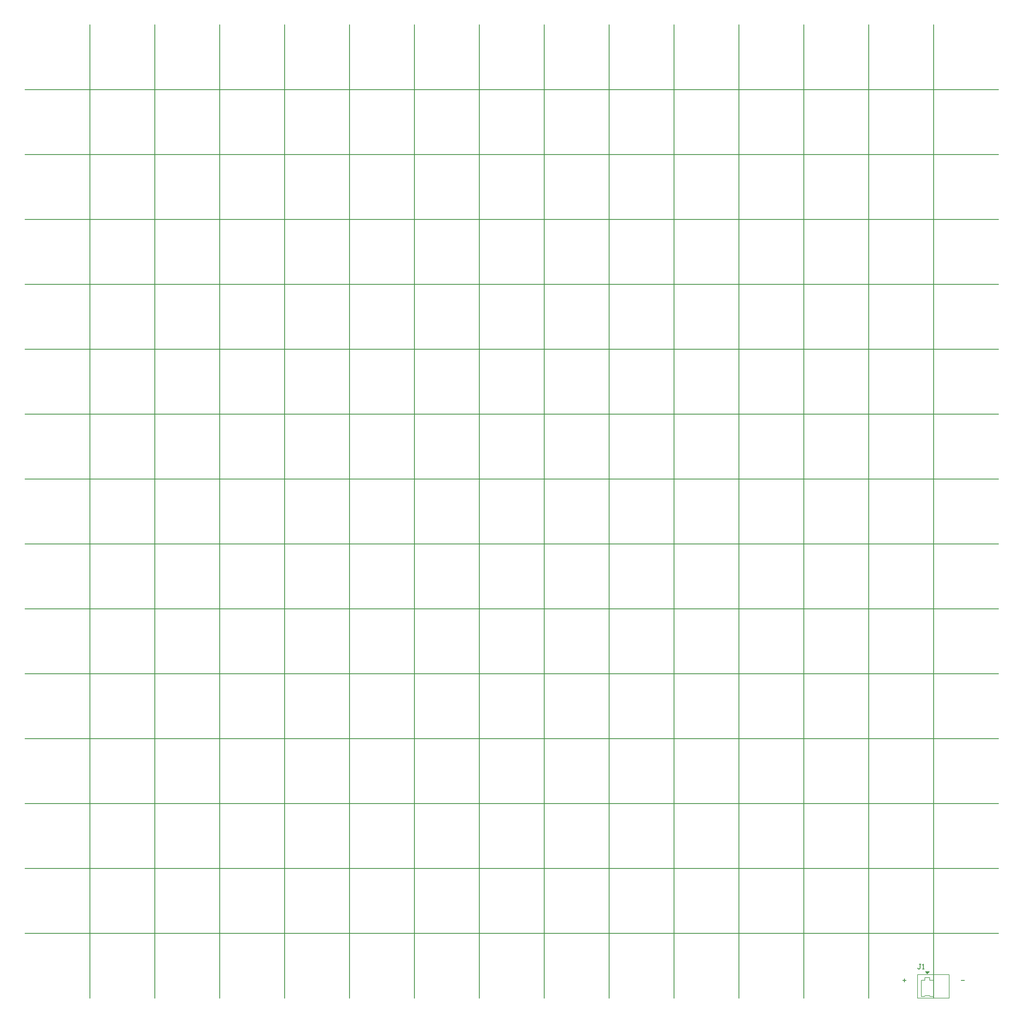
<source format=gto>
G04 Layer_Color=65535*
%FSLAX25Y25*%
%MOIN*%
G70*
G01*
G75*
%ADD18C,0.01000*%
%ADD19C,0.00500*%
G36*
X1512500Y110200D02*
X1510000Y112700D01*
X1515000D01*
X1512500Y110200D01*
D02*
G37*
D18*
X1520000Y80000D02*
Y1280000D01*
X1440000Y80000D02*
Y1280000D01*
X1360000Y80000D02*
Y1280000D01*
X1280000Y80000D02*
Y1280000D01*
X1200000Y80000D02*
Y1280000D01*
X1120000Y80000D02*
Y1280000D01*
X1040000Y80000D02*
Y1280000D01*
X960000Y80000D02*
Y1280000D01*
X880000Y80000D02*
Y1280000D01*
X800000Y80000D02*
Y1280000D01*
X720000Y80000D02*
Y1280000D01*
X640000Y80000D02*
Y1280000D01*
X560000Y80000D02*
Y1280000D01*
X480000Y80000D02*
Y1280000D01*
X400000Y160000D02*
X1600000D01*
X400000Y240000D02*
X1600000D01*
X400000Y320000D02*
X1600000D01*
X400000Y400000D02*
X1600000D01*
X400000Y480000D02*
X1600000D01*
X400000Y560000D02*
X1600000D01*
X400000Y640000D02*
X1600000D01*
X400000Y720000D02*
X1600000D01*
X400000Y800000D02*
X1600000D01*
X400000Y880000D02*
X1600000D01*
X400000Y960000D02*
X1600000D01*
X400000Y1040000D02*
X1600000D01*
X400000Y1120000D02*
X1600000D01*
X400000Y1200000D02*
X1600000D01*
X1504399Y121998D02*
X1502399D01*
X1503399D01*
Y117000D01*
X1502399Y116000D01*
X1501400D01*
X1500400Y117000D01*
X1506398Y116000D02*
X1508397D01*
X1507398D01*
Y121998D01*
X1506398Y120998D01*
X1554000Y101999D02*
X1557999D01*
X1482000D02*
X1485999D01*
X1483999Y103998D02*
Y100000D01*
D19*
X1505000Y82000D02*
X1508750D01*
X1509750Y83000D01*
X1516250Y82000D02*
X1520000D01*
X1515250Y83000D02*
X1516250Y82000D01*
X1505000D02*
Y102000D01*
X1509500D01*
Y105500D01*
X1515500D01*
Y102000D02*
Y105500D01*
Y102000D02*
X1520000D01*
Y82000D02*
Y102000D01*
X1509750Y83000D02*
X1515250D01*
X1500492Y80000D02*
X1539508D01*
X1539500D02*
Y109000D01*
X1512500Y110200D02*
X1515000Y112700D01*
X1510000D02*
X1512500Y110200D01*
X1510000Y112700D02*
X1515000D01*
X1500500Y80000D02*
Y109000D01*
X1500492D02*
X1539508D01*
M02*

</source>
